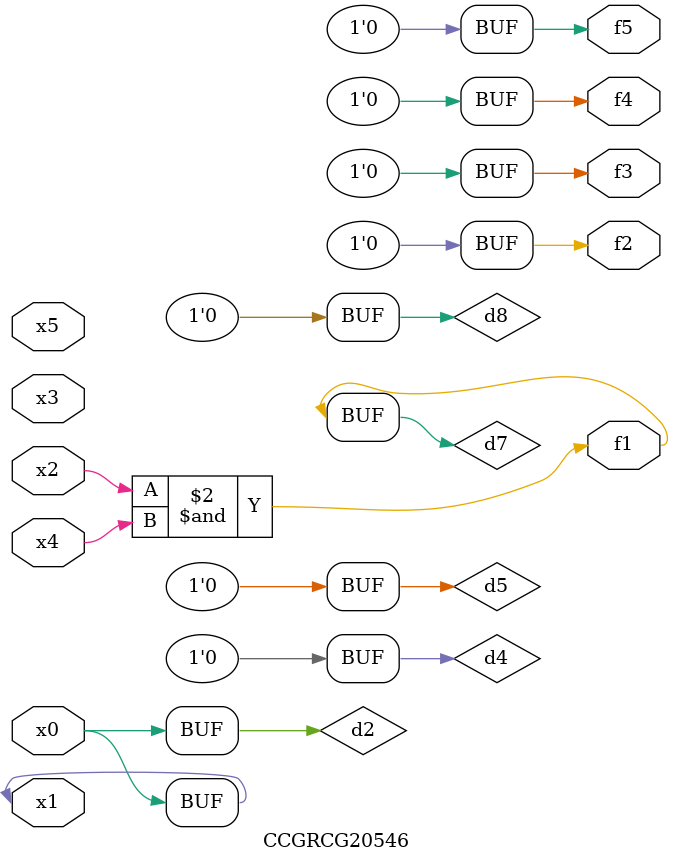
<source format=v>
module CCGRCG20546(
	input x0, x1, x2, x3, x4, x5,
	output f1, f2, f3, f4, f5
);

	wire d1, d2, d3, d4, d5, d6, d7, d8, d9;

	nand (d1, x1);
	buf (d2, x0, x1);
	nand (d3, x2, x4);
	and (d4, d1, d2);
	and (d5, d1, d2);
	nand (d6, d1, d3);
	not (d7, d3);
	xor (d8, d5);
	nor (d9, d5, d6);
	assign f1 = d7;
	assign f2 = d8;
	assign f3 = d8;
	assign f4 = d8;
	assign f5 = d8;
endmodule

</source>
